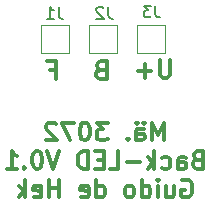
<source format=gbo>
G04 #@! TF.GenerationSoftware,KiCad,Pcbnew,(6.0.0)*
G04 #@! TF.CreationDate,2021-12-31T14:49:46+01:00*
G04 #@! TF.ProjectId,marklin-v100-led-back-pcb,6d61726b-6c69-46e2-9d76-3130302d6c65,0.1*
G04 #@! TF.SameCoordinates,Original*
G04 #@! TF.FileFunction,Legend,Bot*
G04 #@! TF.FilePolarity,Positive*
%FSLAX46Y46*%
G04 Gerber Fmt 4.6, Leading zero omitted, Abs format (unit mm)*
G04 Created by KiCad (PCBNEW (6.0.0)) date 2021-12-31 14:49:46*
%MOMM*%
%LPD*%
G01*
G04 APERTURE LIST*
%ADD10C,0.300000*%
%ADD11C,0.150000*%
%ADD12C,0.120000*%
%ADD13R,2.000000X2.000000*%
G04 APERTURE END LIST*
D10*
X103732857Y-68850357D02*
X103518571Y-68921785D01*
X103447142Y-68993214D01*
X103375714Y-69136071D01*
X103375714Y-69350357D01*
X103447142Y-69493214D01*
X103518571Y-69564642D01*
X103661428Y-69636071D01*
X104232857Y-69636071D01*
X104232857Y-68136071D01*
X103732857Y-68136071D01*
X103590000Y-68207500D01*
X103518571Y-68278928D01*
X103447142Y-68421785D01*
X103447142Y-68564642D01*
X103518571Y-68707500D01*
X103590000Y-68778928D01*
X103732857Y-68850357D01*
X104232857Y-68850357D01*
X109104285Y-74821071D02*
X109104285Y-73321071D01*
X108604285Y-74392500D01*
X108104285Y-73321071D01*
X108104285Y-74821071D01*
X106747142Y-74821071D02*
X106747142Y-74035357D01*
X106818571Y-73892500D01*
X106961428Y-73821071D01*
X107247142Y-73821071D01*
X107390000Y-73892500D01*
X106747142Y-74749642D02*
X106890000Y-74821071D01*
X107247142Y-74821071D01*
X107390000Y-74749642D01*
X107461428Y-74606785D01*
X107461428Y-74463928D01*
X107390000Y-74321071D01*
X107247142Y-74249642D01*
X106890000Y-74249642D01*
X106747142Y-74178214D01*
X107390000Y-73321071D02*
X107318571Y-73392500D01*
X107390000Y-73463928D01*
X107461428Y-73392500D01*
X107390000Y-73321071D01*
X107390000Y-73463928D01*
X106818571Y-73321071D02*
X106747142Y-73392500D01*
X106818571Y-73463928D01*
X106890000Y-73392500D01*
X106818571Y-73321071D01*
X106818571Y-73463928D01*
X106032857Y-74678214D02*
X105961428Y-74749642D01*
X106032857Y-74821071D01*
X106104285Y-74749642D01*
X106032857Y-74678214D01*
X106032857Y-74821071D01*
X104318571Y-73321071D02*
X103390000Y-73321071D01*
X103890000Y-73892500D01*
X103675714Y-73892500D01*
X103532857Y-73963928D01*
X103461428Y-74035357D01*
X103390000Y-74178214D01*
X103390000Y-74535357D01*
X103461428Y-74678214D01*
X103532857Y-74749642D01*
X103675714Y-74821071D01*
X104104285Y-74821071D01*
X104247142Y-74749642D01*
X104318571Y-74678214D01*
X102461428Y-73321071D02*
X102318571Y-73321071D01*
X102175714Y-73392500D01*
X102104285Y-73463928D01*
X102032857Y-73606785D01*
X101961428Y-73892500D01*
X101961428Y-74249642D01*
X102032857Y-74535357D01*
X102104285Y-74678214D01*
X102175714Y-74749642D01*
X102318571Y-74821071D01*
X102461428Y-74821071D01*
X102604285Y-74749642D01*
X102675714Y-74678214D01*
X102747142Y-74535357D01*
X102818571Y-74249642D01*
X102818571Y-73892500D01*
X102747142Y-73606785D01*
X102675714Y-73463928D01*
X102604285Y-73392500D01*
X102461428Y-73321071D01*
X101461428Y-73321071D02*
X100461428Y-73321071D01*
X101104285Y-74821071D01*
X99961428Y-73463928D02*
X99890000Y-73392500D01*
X99747142Y-73321071D01*
X99390000Y-73321071D01*
X99247142Y-73392500D01*
X99175714Y-73463928D01*
X99104285Y-73606785D01*
X99104285Y-73749642D01*
X99175714Y-73963928D01*
X100032857Y-74821071D01*
X99104285Y-74821071D01*
X111925714Y-76450357D02*
X111711428Y-76521785D01*
X111640000Y-76593214D01*
X111568571Y-76736071D01*
X111568571Y-76950357D01*
X111640000Y-77093214D01*
X111711428Y-77164642D01*
X111854285Y-77236071D01*
X112425714Y-77236071D01*
X112425714Y-75736071D01*
X111925714Y-75736071D01*
X111782857Y-75807500D01*
X111711428Y-75878928D01*
X111640000Y-76021785D01*
X111640000Y-76164642D01*
X111711428Y-76307500D01*
X111782857Y-76378928D01*
X111925714Y-76450357D01*
X112425714Y-76450357D01*
X110282857Y-77236071D02*
X110282857Y-76450357D01*
X110354285Y-76307500D01*
X110497142Y-76236071D01*
X110782857Y-76236071D01*
X110925714Y-76307500D01*
X110282857Y-77164642D02*
X110425714Y-77236071D01*
X110782857Y-77236071D01*
X110925714Y-77164642D01*
X110997142Y-77021785D01*
X110997142Y-76878928D01*
X110925714Y-76736071D01*
X110782857Y-76664642D01*
X110425714Y-76664642D01*
X110282857Y-76593214D01*
X108925714Y-77164642D02*
X109068571Y-77236071D01*
X109354285Y-77236071D01*
X109497142Y-77164642D01*
X109568571Y-77093214D01*
X109640000Y-76950357D01*
X109640000Y-76521785D01*
X109568571Y-76378928D01*
X109497142Y-76307500D01*
X109354285Y-76236071D01*
X109068571Y-76236071D01*
X108925714Y-76307500D01*
X108282857Y-77236071D02*
X108282857Y-75736071D01*
X108140000Y-76664642D02*
X107711428Y-77236071D01*
X107711428Y-76236071D02*
X108282857Y-76807500D01*
X107068571Y-76664642D02*
X105925714Y-76664642D01*
X104497142Y-77236071D02*
X105211428Y-77236071D01*
X105211428Y-75736071D01*
X103997142Y-76450357D02*
X103497142Y-76450357D01*
X103282857Y-77236071D02*
X103997142Y-77236071D01*
X103997142Y-75736071D01*
X103282857Y-75736071D01*
X102640000Y-77236071D02*
X102640000Y-75736071D01*
X102282857Y-75736071D01*
X102068571Y-75807500D01*
X101925714Y-75950357D01*
X101854285Y-76093214D01*
X101782857Y-76378928D01*
X101782857Y-76593214D01*
X101854285Y-76878928D01*
X101925714Y-77021785D01*
X102068571Y-77164642D01*
X102282857Y-77236071D01*
X102640000Y-77236071D01*
X100211428Y-75736071D02*
X99711428Y-77236071D01*
X99211428Y-75736071D01*
X98425714Y-75736071D02*
X98282857Y-75736071D01*
X98140000Y-75807500D01*
X98068571Y-75878928D01*
X97997142Y-76021785D01*
X97925714Y-76307500D01*
X97925714Y-76664642D01*
X97997142Y-76950357D01*
X98068571Y-77093214D01*
X98140000Y-77164642D01*
X98282857Y-77236071D01*
X98425714Y-77236071D01*
X98568571Y-77164642D01*
X98640000Y-77093214D01*
X98711428Y-76950357D01*
X98782857Y-76664642D01*
X98782857Y-76307500D01*
X98711428Y-76021785D01*
X98640000Y-75878928D01*
X98568571Y-75807500D01*
X98425714Y-75736071D01*
X97282857Y-77093214D02*
X97211428Y-77164642D01*
X97282857Y-77236071D01*
X97354285Y-77164642D01*
X97282857Y-77093214D01*
X97282857Y-77236071D01*
X95782857Y-77236071D02*
X96640000Y-77236071D01*
X96211428Y-77236071D02*
X96211428Y-75736071D01*
X96354285Y-75950357D01*
X96497142Y-76093214D01*
X96640000Y-76164642D01*
X110640000Y-78222500D02*
X110782857Y-78151071D01*
X110997142Y-78151071D01*
X111211428Y-78222500D01*
X111354285Y-78365357D01*
X111425714Y-78508214D01*
X111497142Y-78793928D01*
X111497142Y-79008214D01*
X111425714Y-79293928D01*
X111354285Y-79436785D01*
X111211428Y-79579642D01*
X110997142Y-79651071D01*
X110854285Y-79651071D01*
X110640000Y-79579642D01*
X110568571Y-79508214D01*
X110568571Y-79008214D01*
X110854285Y-79008214D01*
X109282857Y-78651071D02*
X109282857Y-79651071D01*
X109925714Y-78651071D02*
X109925714Y-79436785D01*
X109854285Y-79579642D01*
X109711428Y-79651071D01*
X109497142Y-79651071D01*
X109354285Y-79579642D01*
X109282857Y-79508214D01*
X108568571Y-79651071D02*
X108568571Y-78651071D01*
X108568571Y-78151071D02*
X108640000Y-78222500D01*
X108568571Y-78293928D01*
X108497142Y-78222500D01*
X108568571Y-78151071D01*
X108568571Y-78293928D01*
X107211428Y-79651071D02*
X107211428Y-78151071D01*
X107211428Y-79579642D02*
X107354285Y-79651071D01*
X107640000Y-79651071D01*
X107782857Y-79579642D01*
X107854285Y-79508214D01*
X107925714Y-79365357D01*
X107925714Y-78936785D01*
X107854285Y-78793928D01*
X107782857Y-78722500D01*
X107640000Y-78651071D01*
X107354285Y-78651071D01*
X107211428Y-78722500D01*
X106282857Y-79651071D02*
X106425714Y-79579642D01*
X106497142Y-79508214D01*
X106568571Y-79365357D01*
X106568571Y-78936785D01*
X106497142Y-78793928D01*
X106425714Y-78722500D01*
X106282857Y-78651071D01*
X106068571Y-78651071D01*
X105925714Y-78722500D01*
X105854285Y-78793928D01*
X105782857Y-78936785D01*
X105782857Y-79365357D01*
X105854285Y-79508214D01*
X105925714Y-79579642D01*
X106068571Y-79651071D01*
X106282857Y-79651071D01*
X103354285Y-79651071D02*
X103354285Y-78151071D01*
X103354285Y-79579642D02*
X103497142Y-79651071D01*
X103782857Y-79651071D01*
X103925714Y-79579642D01*
X103997142Y-79508214D01*
X104068571Y-79365357D01*
X104068571Y-78936785D01*
X103997142Y-78793928D01*
X103925714Y-78722500D01*
X103782857Y-78651071D01*
X103497142Y-78651071D01*
X103354285Y-78722500D01*
X102068571Y-79579642D02*
X102211428Y-79651071D01*
X102497142Y-79651071D01*
X102640000Y-79579642D01*
X102711428Y-79436785D01*
X102711428Y-78865357D01*
X102640000Y-78722500D01*
X102497142Y-78651071D01*
X102211428Y-78651071D01*
X102068571Y-78722500D01*
X101997142Y-78865357D01*
X101997142Y-79008214D01*
X102711428Y-79151071D01*
X100211428Y-79651071D02*
X100211428Y-78151071D01*
X100211428Y-78865357D02*
X99354285Y-78865357D01*
X99354285Y-79651071D02*
X99354285Y-78151071D01*
X98068571Y-79579642D02*
X98211428Y-79651071D01*
X98497142Y-79651071D01*
X98640000Y-79579642D01*
X98711428Y-79436785D01*
X98711428Y-78865357D01*
X98640000Y-78722500D01*
X98497142Y-78651071D01*
X98211428Y-78651071D01*
X98068571Y-78722500D01*
X97997142Y-78865357D01*
X97997142Y-79008214D01*
X98711428Y-79151071D01*
X97354285Y-79651071D02*
X97354285Y-78151071D01*
X97211428Y-79079642D02*
X96782857Y-79651071D01*
X96782857Y-78651071D02*
X97354285Y-79222500D01*
X109597142Y-68036071D02*
X109597142Y-69250357D01*
X109525714Y-69393214D01*
X109454285Y-69464642D01*
X109311428Y-69536071D01*
X109025714Y-69536071D01*
X108882857Y-69464642D01*
X108811428Y-69393214D01*
X108740000Y-69250357D01*
X108740000Y-68036071D01*
X108025714Y-68964642D02*
X106882857Y-68964642D01*
X107454285Y-69536071D02*
X107454285Y-68393214D01*
X99425714Y-68850357D02*
X99925714Y-68850357D01*
X99925714Y-69636071D02*
X99925714Y-68136071D01*
X99211428Y-68136071D01*
D11*
X100173333Y-63509880D02*
X100173333Y-64224166D01*
X100220952Y-64367023D01*
X100316190Y-64462261D01*
X100459047Y-64509880D01*
X100554285Y-64509880D01*
X99173333Y-64509880D02*
X99744761Y-64509880D01*
X99459047Y-64509880D02*
X99459047Y-63509880D01*
X99554285Y-63652738D01*
X99649523Y-63747976D01*
X99744761Y-63795595D01*
X108373333Y-63409880D02*
X108373333Y-64124166D01*
X108420952Y-64267023D01*
X108516190Y-64362261D01*
X108659047Y-64409880D01*
X108754285Y-64409880D01*
X107992380Y-63409880D02*
X107373333Y-63409880D01*
X107706666Y-63790833D01*
X107563809Y-63790833D01*
X107468571Y-63838452D01*
X107420952Y-63886071D01*
X107373333Y-63981309D01*
X107373333Y-64219404D01*
X107420952Y-64314642D01*
X107468571Y-64362261D01*
X107563809Y-64409880D01*
X107849523Y-64409880D01*
X107944761Y-64362261D01*
X107992380Y-64314642D01*
X104373333Y-63509880D02*
X104373333Y-64224166D01*
X104420952Y-64367023D01*
X104516190Y-64462261D01*
X104659047Y-64509880D01*
X104754285Y-64509880D01*
X103944761Y-63605119D02*
X103897142Y-63557500D01*
X103801904Y-63509880D01*
X103563809Y-63509880D01*
X103468571Y-63557500D01*
X103420952Y-63605119D01*
X103373333Y-63700357D01*
X103373333Y-63795595D01*
X103420952Y-63938452D01*
X103992380Y-64509880D01*
X103373333Y-64509880D01*
D12*
X101090000Y-65057500D02*
X98690000Y-65057500D01*
X98690000Y-67457500D02*
X101090000Y-67457500D01*
X101090000Y-67457500D02*
X101090000Y-65057500D01*
X98690000Y-65057500D02*
X98690000Y-67457500D01*
X109190000Y-65057500D02*
X106790000Y-65057500D01*
X106790000Y-65057500D02*
X106790000Y-67457500D01*
X109190000Y-67457500D02*
X109190000Y-65057500D01*
X106790000Y-67457500D02*
X109190000Y-67457500D01*
X105140000Y-67457500D02*
X105140000Y-65057500D01*
X105140000Y-65057500D02*
X102740000Y-65057500D01*
X102740000Y-67457500D02*
X105140000Y-67457500D01*
X102740000Y-65057500D02*
X102740000Y-67457500D01*
%LPC*%
D13*
X99890000Y-66257500D03*
X107990000Y-66257500D03*
X103940000Y-66257500D03*
M02*

</source>
